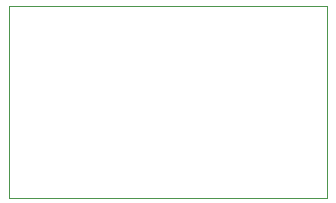
<source format=gbr>
%TF.GenerationSoftware,KiCad,Pcbnew,8.0.2*%
%TF.CreationDate,2024-06-17T18:52:01+02:00*%
%TF.ProjectId,PT4115-Miniboard,50543431-3135-42d4-9d69-6e69626f6172,rev?*%
%TF.SameCoordinates,Original*%
%TF.FileFunction,Profile,NP*%
%FSLAX46Y46*%
G04 Gerber Fmt 4.6, Leading zero omitted, Abs format (unit mm)*
G04 Created by KiCad (PCBNEW 8.0.2) date 2024-06-17 18:52:01*
%MOMM*%
%LPD*%
G01*
G04 APERTURE LIST*
%TA.AperFunction,Profile*%
%ADD10C,0.100000*%
%TD*%
G04 APERTURE END LIST*
D10*
X130750000Y-100000000D02*
X157750000Y-100000000D01*
X157750000Y-116250000D01*
X130750000Y-116250000D01*
X130750000Y-100000000D01*
M02*

</source>
